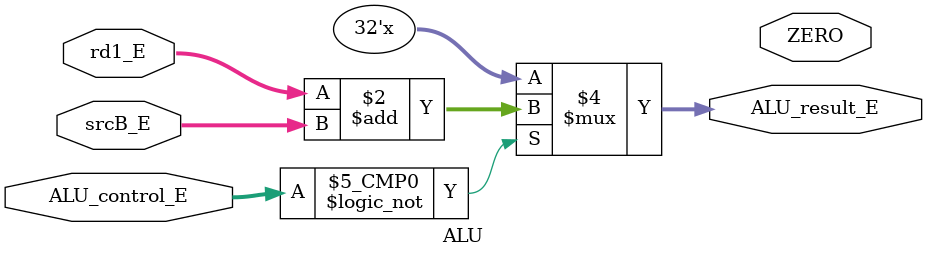
<source format=v>
module ALU(
	input		[3:0]	ALU_control_E,
	input		[31:0]	rd1_E,
	input		[31:0]	srcB_E,
	output			ZERO,
	output	reg	[31:0]	ALU_result_E
);

always @(*) begin
	case(ALU_control_E)
		4'b0000: ALU_result_E = rd1_E + srcB_E;
		default: ALU_result_E = 32'dx;
	endcase
end

endmodule
</source>
